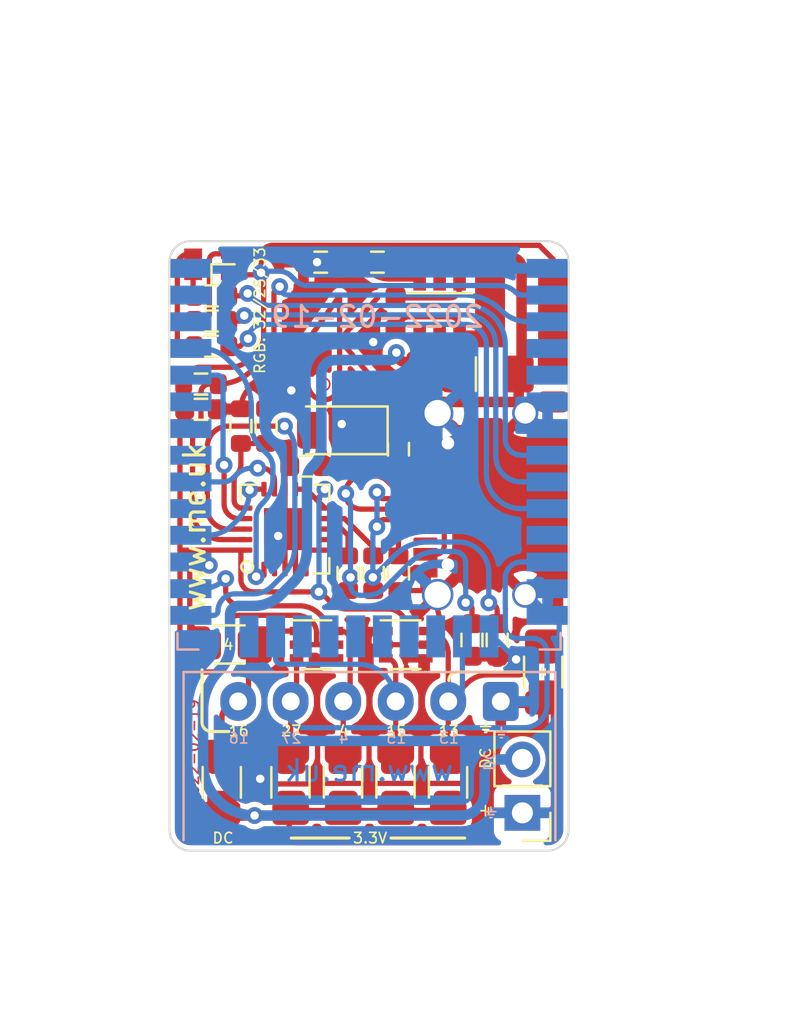
<source format=kicad_pcb>
(kicad_pcb (version 20211014) (generator pcbnew)
  (title_block (title "Generic ESP32 (suitable for battery operation)") (date "${DATE}") (rev "6") (comment 1 "www.me.uk") (comment 2 "@TheRealRevK"))
  (layers (0 "F.Cu" signal) (31 "B.Cu" signal) (34 "B.Paste" user) (35 "F.Paste" user) (36 "B.SilkS" user "B.Silkscreen") (37 "F.SilkS" user "F.Silkscreen") (38 "B.Mask" user) (39 "F.Mask" user) (44 "Edge.Cuts" user))
  (property "DATE" "2022-02-19")
  (net 0 "")
  (net 1 "D+")
  (net 2 "GND")
  (net 3 "D-")
  (net 4 "+3V3")
  (net 5 "VBUS")
  (net 6 "IO5")
  (net 7 "IO4")
  (net 8 "IO3")
  (net 9 "IO2")
  (net 10 "IO1")
  (net 11 "O")
  (net 12 "I")
  (net 22 "EN")
  (net 24 "Net-(J2-PadA5)")
  (net 25 "Net-(J2-PadB5)")
  (net 27 "Net-(J1-Pad6)")
  (net 28 "GPIO0")
  (net 32 "Net-(D1-Pad2)")
  (net 33 "DC")
  (net 36 "CHARGER")
  (net 37 "USB")
  (net 38 "Net-(R15-Pad2)")
  (net 39 "Net-(D1-Pad3)")
  (net 40 "R")
  (net 41 "G")
  (net 42 "B")
  (net 45 "Net-(R17-Pad2)")
  (net 46 "Net-(C4-Pad1)")
  (net 47 "Net-(D1-Pad4)")
  (net 48 "Net-(C3-Pad1)")
  (footprint "RevK:Pad_1206_0805_Open" (layer "F.Cu") (at 130.47 124.35 90)
    (fp_text reference "R2" hide)
    (fp_text value "NF")
  )
  (footprint "RevK:Pad_1206_0805_Open" (layer "F.Cu") (at 127.97 124.35 90)
    (fp_text reference "R3" hide)
    (fp_text value "NF")
  )
  (footprint "RevK:Pad_1206_0805_Open" (layer "F.Cu") (at 125.47 124.35 90)
    (fp_text reference "R4" hide)
    (fp_text value "NF")
  )
  (footprint "RevK:Pad_1206_0805_Open" (layer "F.Cu") (at 122.97 124.35 90)
    (fp_text reference "R5" hide)
    (fp_text value "NF")
  )
  (footprint "RevK:Pad_1206_0805_Open" (layer "F.Cu") (at 119.7 124.35 90)
    (fp_text reference "R6" hide)
    (fp_text value "NF")
  )
  (footprint "RevK:USC16-TR-Round" (layer "F.Cu") (at 136.245 111.1 90)
    (fp_text reference "J2" hide)
    (fp_text value "USB-C")
  )
  (footprint "Connector_PinHeader_2.54mm:PinHeader_1x02_P2.54mm_Vertical" (layer "F.Cu") (at 134 125.8 180)
    (fp_text reference "J3" hide)
    (fp_text value "DC")
  )
  (footprint "RevK:Pad_1206_0805_Open" (layer "F.Cu") (at 135 119.1 90)
    (fp_text reference "C1" hide)
    (fp_text value "NF")
  )
  (footprint "RevK:R_0603" (layer "F.Cu") (at 119.2 102.4)
    (fp_text reference "R10" hide)
    (fp_text value "220R")
  )
  (footprint "Diode_SMD:D_1206_3216Metric" (layer "F.Cu") (at 125.3 107.6 180)
    (fp_text reference "D2" hide)
    (fp_text value "D")
  )
  (footprint "RevK:C_0603" (layer "F.Cu") (at 118.7 106.6)
    (fp_text reference "C2" hide)
    (fp_text value "100nF")
  )
  (footprint "RevK:R_0603" (layer "F.Cu") (at 128.1 108.5 -90)
    (fp_text reference "R12" hide)
    (fp_text value "5K1")
  )
  (footprint "RevK:Pad_1206_0805_Open" (layer "F.Cu") (at 120.05 117.8)
    (fp_text reference "R7" hide)
    (fp_text value "NF")
  )
  (footprint "Package_TO_SOT_SMD:SOT-363_SC-70-6" (layer "F.Cu") (at 124.2 117.8)
    (fp_text reference "D4" hide)
    (fp_text value "BAV99S")
  )
  (footprint "Package_TO_SOT_SMD:SOT-363_SC-70-6" (layer "F.Cu") (at 128.45 117.8)
    (fp_text reference "D3" hide)
    (fp_text value "BAV99S")
  )
  (footprint "RevK:R_0603" (layer "F.Cu") (at 128.1 114.4 -90)
    (fp_text reference "R11" hide)
    (fp_text value "5K1")
  )
  (footprint "RevK:R_0603" (layer "F.Cu") (at 126.9 114.4 90)
    (fp_text reference "R13" hide)
    (fp_text value "27R")
  )
  (footprint "RevK:R_0603" (layer "F.Cu") (at 125.7 114.4 -90)
    (fp_text reference "R14" hide)
    (fp_text value "27R")
  )
  (footprint "RevK:LED-RGB-1.6x1.6" (layer "F.Cu") (at 119.2 99.7)
    (fp_text reference "D1" hide)
    (fp_text value "RGB")
  )
  (footprint "RevK:R_0603" (layer "F.Cu") (at 119.2 101.2)
    (fp_text reference "R8" hide)
    (fp_text value "680R")
  )
  (footprint "RevK:R_0603" (layer "F.Cu") (at 119.2 103.6)
    (fp_text reference "R9" hide)
    (fp_text value "2K")
  )
  (footprint "RevK:C_0603" (layer "F.Cu") (at 123.7 109.3)
    (fp_text reference "C5" hide)
    (fp_text value "10nF")
  )
  (footprint "RevK:C_0603" (layer "F.Cu") (at 132.8 117.575 -90)
    (fp_text reference "C3" hide)
    (fp_text value "47pF")
  )
  (footprint "RevK:C_0603" (layer "F.Cu") (at 131.6 117.575 -90)
    (fp_text reference "C4" hide)
    (fp_text value "47pF")
  )
  (footprint "RevK:Hidden" (layer "F.Cu") (at 129.21 105.3 90)
    (fp_text reference "C7" hide)
    (fp_text value "2.2uF")
  )
  (footprint "RevK:Hidden" (layer "F.Cu") (at 135.46 105.3 90)
    (fp_text reference "C8" hide)
    (fp_text value "10uF")
  )
  (footprint "RevK:Hidden" (layer "F.Cu") (at 132.34 104.92)
    (fp_text reference "D5" hide)
    (fp_text value "Schottky")
  )
  (footprint "RevK:Hidden" (layer "F.Cu") (at 133.96 101.75)
    (fp_text reference "L1" hide)
    (fp_text value "6.8uH")
  )
  (footprint "RevK:Hidden" (layer "F.Cu") (at 127.96 102 -90)
    (fp_text reference "C6" hide)
    (fp_text value "0.1uF")
  )
  (footprint "RevK:R_0603" (layer "F.Cu") (at 121.8 107.4 -90)
    (fp_text reference "R15" hide)
    (fp_text value "4k7")
  )
  (footprint "RevK:R_0603" (layer "F.Cu") (at 118.7 105.4 180)
    (fp_text reference "R1" hide)
    (fp_text value "10k")
  )
  (footprint "RevK:R_0603" (layer "F.Cu") (at 124.4 99.6)
    (fp_text reference "R18" hide)
    (fp_text value "3M 1% or NF")
  )
  (footprint "RevK:AJK" (layer "F.Cu") (at 125.3 103.3)
    (fp_text reference "Logo1" hide)
    (fp_text value "AJK" hide)
  )
  (footprint "RevK:R_0603" (layer "F.Cu") (at 127.1 99.6 180)
    (fp_text reference "R17" hide)
    (fp_text value "10M 1% or 0R")
  )
  (footprint "RevK:R_0603" (layer "F.Cu") (at 120.6 107.4 90)
    (fp_text reference "R16" hide)
    (fp_text value "10k")
  )
  (footprint "RevK:QFN-20-1EP_4x4mm_P0.5mm_EP2.5x2.5mm" (layer "F.Cu") (at 122.7 112.3 90)
    (fp_text reference "U2" hide)
    (fp_text value "FT231XQ")
  )
  (footprint "RevK:RegulatorBlockFB" (layer "F.Cu") (at 130.06 101.75)
    (fp_text reference "U3" hide)
    (fp_text value "LMR16006+FB")
  )
  (footprint "RevK:Molex_MiniSPOX_H6RA" (layer "B.Cu") (at 126.72 120.5 180)
    (fp_text reference "J1" hide)
    (fp_text value "Connector")
  )
  (footprint "RevK:ESP32-WROOM-32" (layer "B.Cu") (at 126.7 108.15 180)
    (fp_text reference "U1" hide)
    (fp_text value "ESP32-WROOM-32")
  )
  (gr_line (start 123 127) (end 125.75 127) (layer "F.SilkS") (width 0.15))
  (gr_line (start 133.9 119.1) (end 130.9 119.1) (layer "F.SilkS") (width 0.15))
  (gr_line (start 119.2 121.932613) (end 120.025 121.929844) (layer "F.SilkS") (width 0.15))
  (gr_line (start 118.75 119) (end 118.747231 121.479844) (layer "F.SilkS") (width 0.15))
  (gr_arc (start 130.5 119.5) (mid 130.617157 119.217157) (end 130.9 119.1) (layer "F.SilkS") (width 0.15))
  (gr_arc (start 119.2 121.932613) (mid 118.879844 121.8) (end 118.747231 121.479844) (layer "F.SilkS") (width 0.15))
  (gr_line (start 131.25 127) (end 127.75 127) (layer "F.SilkS") (width 0.15))
  (gr_line (start 118.2 127.6) (end 135.2 127.6) (layer "Edge.Cuts") (width 0.1))
  (gr_line (start 136.2 126.6) (end 136.2 99.6) (layer "Edge.Cuts") (width 0.1))
  (gr_line (start 117.2 99.6) (end 117.2 126.6) (layer "Edge.Cuts") (width 0.1))
  (gr_arc (start 136.2 126.6) (mid 135.907107 127.307107) (end 135.2 127.6) (layer "Edge.Cuts") (width 0.1))
  (gr_line (start 135.2 98.6) (end 118.2 98.6) (layer "Edge.Cuts") (width 0.1))
  (gr_arc (start 135.2 98.6) (mid 135.907107 98.892893) (end 136.2 99.6) (layer "Edge.Cuts") (width 0.1))
  (gr_arc (start 117.2 99.6) (mid 117.492893 98.892893) (end 118.2 98.6) (layer "Edge.Cuts") (width 0.1))
  (gr_arc (start 118.2 127.6) (mid 117.492893 127.307107) (end 117.2 126.6) (layer "Edge.Cuts") (width 0.1))
  (gr_text "${DATE}" (at 118.35 122.91 90) (layer "F.Cu") (effects (font (size 0.5 0.5) (thickness 0.08))))
  (gr_text "www.me.uk" (at 126.7 123.8) (layer "B.Cu") (effects (font (size 1 1)) (justify mirror)))
  (gr_text "⏚" (at 133 122) (layer "B.SilkS") (effects (font (size 0.5 0.5) (thickness 0.08)) (justify mirror)))
  (gr_text "DC" (at 132.4 123.3 270) (layer "B.SilkS") (effects (font (size 0.5 0.5) (thickness 0.08)) (justify mirror)))
  (gr_text "4" (at 125.5 122.25) (layer "B.SilkS") (effects (font (size 0.5 0.5) (thickness 0.08)) (justify mirror)))
  (gr_text "15" (at 128 122.25) (layer "B.SilkS") (effects (font (size 0.5 0.5) (thickness 0.08)) (justify mirror)))
  (gr_text "${DATE}" (at 127.1 102.2) (layer "B.SilkS") (effects (font (size 1 1)) (justify mirror)))
  (gr_text "⏚" (at 132.5 125.8) (layer "B.SilkS") (effects (font (size 0.5 0.5) (thickness 0.08)) (justify mirror)))
  (gr_text "27" (at 123 122.25) (layer "B.SilkS") (effects (font (size 0.5 0.5) (thickness 0.08)) (justify mirror)))
  (gr_text "13" (at 130.5 122.25) (layer "B.SilkS") (effects (font (size 0.5 0.5) (thickness 0.08)) (justify mirror)))
  (gr_text "16" (at 120.5 122.25) (layer "B.SilkS") (effects (font (size 0.5 0.5) (thickness 0.08)) (justify mirror)))
  (gr_text "⏚" (at 132.25 121.75) (layer "F.SilkS") (effects (font (size 0.5 0.5) (thickness 0.08))))
  (gr_text "3.3V" (at 126.75 127) (layer "F.SilkS") (effects (font (size 0.5 0.5) (thickness 0.08))))
  (gr_text "⏚" (at 135 119.1 90) (layer "F.SilkS") (effects (font (size 0.5 0.5) (thickness 0.08))))
  (gr_text "DC" (at 132.25 123.2 90) (layer "F.SilkS") (effects (font (size 0.5 0.5) (thickness 0.08))))
  (gr_text "⏚" (at 132.3 125.7 90) (layer "F.SilkS") (effects (font (size 0.5 0.5) (thickness 0.08))))
  (gr_text "13" (at 130.5 121.9) (layer "F.SilkS") (effects (font (size 0.5 0.5) (thickness 0.08))))
  (gr_text "RGB: 32/25/33" (at 121.5 101.9 90) (layer "F.SilkS") (effects (font (size 0.5 0.5) (thickness 0.08))))
  (gr_text "16" (at 120.5 121.9) (layer "F.SilkS") (effects (font (size 0.5 0.5) (thickness 0.08))))
  (gr_text "15" (at 128 121.9) (layer "F.SilkS") (effects (font (size 0.5 0.5) (thickness 0.08))))
  (gr_text "www.me.uk" (at 118.4 112.2 90) (layer "F.SilkS") (effects (font (size 1 1))))
  (gr_text "DC" (at 119.75 127) (layer "F.SilkS") (effects (font (size 0.5 0.5) (thickness 0.08))))
  (gr_text "4" (at 125.5 121.9) (layer "F.SilkS") (effects (font (size 0.5 0.5) (thickness 0.08))))
  (gr_text "27" (at 123 121.9) (layer "F.SilkS") (effects (font (size 0.5 0.5) (thickness 0.08))))
  (gr_text "4" (at 120 117.8) (layer "F.SilkS") (effects (font (size 0.5 0.5) (thickness 0.08))))
  (segment (start 124.6 112.3) (end 125.4 112.3) (width 0.25) (layer "F.Cu") (net 1))
  (segment (start 125.7 112.6) (end 125.7 113.575) (width 0.25) (layer "F.Cu") (net 1))
  (segment (start 125.4 112.3) (end 125.7 112.6) (width 0.25) (layer "F.Cu") (net 1))
  (segment (start 123.263855 100.836145) (end 123.263855 100.920261) (width 0.25) (layer "F.Cu") (net 2))
  (segment (start 129.77 115.225) (end 129.965 115.42) (width 0.25) (layer "F.Cu") (net 2))
  (segment (start 122.2 113.1) (end 122.7 112.6) (width 0.25) (layer "F.Cu") (net 2))
  (segment (start 124.5 124.4) (end 126.7 124.4) (width 0.25) (layer "F.Cu") (net 2))
  (segment (start 129.17001 118.67999) (end 129.17001 124.27001) (width 0.25) (layer "F.Cu") (net 2))
  (segment (start 121.8 105.8) (end 121.85048 105.85048) (width 0.25) (layer "F.Cu") (net 2))
  (segment (start 123.7 114.2) (end 123.7 113.3) (width 0.25) (layer "F.Cu") (net 2))
  (segment (start 129.3 124.4) (end 131.13313 124.4) (width 0.25) (layer "F.Cu") (net 2))
  (segment (start 126.7 117.55) (end 126.7 124.4) (width 0.25) (layer "F.Cu") (net 2))
  (segment (start 133.045 120.5) (end 135.6 120.5) (width 0.5) (layer "F.Cu") (net 2))
  (segment (start 121.722999 121.577001) (end 121.722999 119.922999) (width 0.25) (layer "F.Cu") (net 2))
  (segment (start 122.40001 119.245988) (end 121.722999 119.922999) (width 0.25) (layer "F.Cu") (net 2))
  (segment (start 123.2 114.2) (end 123.2 112.8) (width 0.25) (layer "F.Cu") (net 2))
  (segment (start 131.6 118.11566) (end 131.6 118.35) (width 0.25) (layer "F.Cu") (net 2))
  (segment (start 127.5 117.15) (end 127.1 117.15) (width 0.25) (layer "F.Cu") (net 2))
  (segment (start 123.575 99.6) (end 123.575 100.525) (width 0.25) (layer "F.Cu") (net 2))
  (segment (start 129.435 106.25) (end 129.965 106.78) (width 0.5) (layer "F.Cu") (net 2))
  (segment (start 128.325 107.9) (end 128.1 107.675) (width 0.25) (layer "F.Cu") (net 2))
  (segment (start 122.40001 117.42499) (end 122.40001 119.245988) (width 0.25) (layer "F.Cu") (net 2))
  (segment (start 133.7 118.5) (end 132.95 118.5) (width 0.25) (layer "F.Cu") (net 2))
  (segment (start 122.8 102.6) (end 122.8 103.8) (width 0.25) (layer "F.Cu") (net 2))
  (segment (start 124.2255 100.5495) (end 124.125 100.65) (width 0.25) (layer "F.Cu") (net 2))
  (segment (start 132.53313 125.8) (end 134 125.8) (width 0.25) (layer "F.Cu") (net 2))
  (segment (start 123.575 99.6) (end 124.2255 99.6) (width 0.25) (layer "F.Cu") (net 2))
  (segment (start 129.2 106.25) (end 129.435 106.25) (width 0.5) (layer "F.Cu") (net 2))
  (segment (start 124.249999 124.349999) (end 124.249999 118.800001) (width 0.25) (layer "F.Cu") (net 2))
  (segment (start 125.15 118.45) (end 124.6 118.45) (width 0.25) (layer "F.Cu") (net 2))
  (segment (start 124.125 100.65) (end 123.575 100.65) (width 0.25) (layer "F.Cu") (net 2))
  (segment (start 122.7 112.3) (end 123.7 113.3) (width 0.25) (layer "F.Cu") (net 2))
  (segment (start 128.1 115.225) (end 129.77 115.225) (width 0.25) (layer "F.Cu") (net 2))
  (segment (start 121.006586 105.593413) (end 121.3 105.3) (width 0.25) (layer "F.Cu") (net 2))
  (segment (start 121.520001 124.179999) (end 121.520001 121.779999) (width 0.25) (layer "F.Cu") (net 2))
  (segment (start 131.13313 124.4) (end 132.53313 125.8) (width 0.25) (layer "F.Cu") (net 2))
  (segment (start 121.764992 124.42499) (end 124.47501 124.42499) (width 0.25) (layer "F.Cu") (net 2))
  (segment (start 130.29217 116.80783) (end 131.6 118.11566) (width 0.25) (layer "F.Cu") (net 2))
  (segment (start 123.1 101.084116) (end 123.1 102.3) (width 0.25) (layer "F.Cu") (net 2))
  (segment (start 124.6 113.3) (end 123.7 113.3) (width 0.25) (layer "F.Cu") (net 2))
  (segment (start 121.3 105.3) (end 122.3 104.3) (width 0.25) (layer "F.Cu") (net 2))
  (segment (start 123.25 117.15) (end 122.675 117.15) (width 0.25) (layer "F.Cu") (net 2))
  (segment (start 135.6 120.5) (end 135.6 125.45) (width 0.5) (layer "F.Cu") (net 2))
  (segment (start 122.2 114.2) (end 122.2 112.8) (width 0.25) (layer "F.Cu") (net 2))
  (segment (start 122.7 109.525) (end 122.925 109.3) (width 0.25) (layer "F.Cu") (net 2))
  (segment (start 121.3 105.3) (end 121.8 105.8) (width 0.25) (layer "F.Cu") (net 2))
  (segment (start 121.85048 105.85048) (end 122.63671 105.85048) (width 0.25) (layer "F.Cu") (net 2))
  (segment (start 129.17001 124.27001) (end 129.3 124.4) (width 0.25) (layer "F.Cu") (net 2))
  (segment (start 124.5 124.4) (end 124.3 124.4) (width 0.25) (layer "F.Cu") (net 2))
  (segment (start 132.95 118.5) (end 132.8 118.35) (width 0.25) (layer "F.Cu") (net 2))
  (segment (start 126.7 124.4) (end 129.3 124.4) (width 0.25) (layer "F.Cu") (net 2))
  (segment (start 123.575 100.525) (end 123.263855 100.836145) (width 0.25) (layer "F.Cu") (net 2))
  (segment (start 124.47501 124.42499) (end 124.5 124.4) (width 0.25) (layer "F.Cu") (net 2))
  (segment (start 124.2255 99.6) (end 124.2255 100.5495) (width 0.25) (layer "F.Cu") (net 2))
  (segment (start 124.3 124.4) (end 124.249999 124.349999) (width 0.25) (layer "F.Cu") (net 2))
  (segment (start 122.3 104.3) (end 122.8 103.8) (width 0.25) (layer "F.Cu") (net 2))
  (segment (start 135.25 125.8) (end 134 125.8) (width 0.5) (layer "F.Cu") (net 2))
  (segment (start 123.1 102.3) (end 122.8 102.6) (width 0.25) (layer "F.Cu") (net 2))
  (segment (start 122.2 112.8) (end 122.375 112.625) (width 0.25) (layer "F.Cu") (net 2))
  (segment (start 122.375 112.625) (end 122.7 112.3) (width 0.25) (layer "F.Cu") (net 2))
  (segment (start 122.7 114.2) (end 122.7 112.3) (width 0.25) (layer "F.Cu") (net 2))
  (segment (start 129.385 107.9) (end 128.325 107.9) (width 0.25) (layer "F.Cu") (net 2))
  (segment (start 129.965 115.42) (end 129.965 116.017972) (width 0.25) (layer "F.Cu") (net 2))
  (segment (start 123.263855 100.920261) (end 123.1 101.084116) (width 0.25) (layer "F.Cu") (net 2))
  (segment (start 129.4 118.45) (end 129.17001 118.67999) (width 0.25) (layer "F.Cu") (net 2))
  (segment (start 122.7 112.3) (end 122.7 109.525) (width 0.25) (layer "F.Cu") (net 2))
  (via (at 133.7 118.5) (size 0.8) (drill 0.4) (layers "F.Cu" "B.Cu") (net 2))
  (via (at 125.4 107.3) (size 0.8) (drill 0.4) (layers "F.Cu" "B.Cu") (net 2))
  (via (at 121.520001 124.179999) (size 0.8) (drill 0.4) (layers "F.Cu" "B.Cu") (net 2))
  (via (at 124.2255 99.6) (size 0.8) (drill 0.4) (layers "F.Cu" "B.Cu") (net 2))
  (via (at 126.9 103.4) (size 0.8) (drill 0.4) (layers "F.Cu" "B.Cu") (net 2))
  (via (at 122.375 112.625) (size 0.8) (drill 0.4) (layers "F.Cu" "B.Cu") (net 2))
  (via (at 123 105.7) (size 0.8) (drill 0.4) (layers "F.Cu" "B.Cu") (net 2))
  (arc (start 120.6 106.575) (mid 120.705668 106.043769) (end 121.006586 105.593413) (width 0.25) (layer "F.Cu") (net 2))
  (arc (start 122.63671 105.85048) (mid 122.833321 105.811371) (end 123 105.7) (width 0.25) (layer "F.Cu") (net 2))
  (arc (start 124.6 118.45) (mid 124.352512 118.552513) (end 124.249999 118.800001) (width 0.25) (layer "F.Cu") (net 2))
  (arc (start 121.520001 121.779999) (mid 121.572721 121.65272) (end 121.7 121.6) (width 0.25) (layer "F.Cu") (net 2))
  (arc (start 127.1 117.15) (mid 126.817157 117.267157) (end 126.7 117.55) (width 0.25) (layer "F.Cu") (net 2))
  (arc (start 135.6 125.45) (mid 135.497487 125.697487) (end 135.25 125.8) (width 0.5) (layer "F.Cu") (net 2))
  (arc (start 129.965 116.017972) (mid 130.050028 116.44544) (end 130.29217 116.80783) (width 0.25) (layer "F.Cu") (net 2))
  (arc (start 121.7 121.6) (mid 121.716263 121.593264) (end 121.722999 121.577001) (width 0.25) (layer "F.Cu") (net 2))
  (arc (start 122.675 117.15) (mid 122.480553 117.230543) (end 122.40001 117.42499) (width 0.25) (layer "F.Cu") (net 2))
  (segment (start 135.2 106.245) (end 134.67 106.245) (width 0.25) (layer "B.Cu") (net 2))
  (segment (start 134.87 107.515) (end 134.135 106.78) (width 0.25) (layer "B.Cu") (net 2))
  (segment (start 132.605 117.405) (end 133.7 118.5) (width 0.25) (layer "B.Cu") (net 2))
  (segment (start 133.705 99.895) (end 135.2 99.895) (width 0.5) (layer "B.Cu") (net 2))
  (segment (start 135.12 116.405) (end 134.135 115.42) (width 0.25) (layer "B.Cu") (net 2))
  (segment (start 129.385 116) (end 129.965 115.42) (width 0.25) (layer "B.Cu") (net 2))
  (segment (start 135.2 116.405) (end 135.305 116.405) (width 0.25) (layer "B.Cu") (net 2))
  (segment (start 135.2 116.405) (end 135.12 116.405) (width 0.25) (layer "B.Cu") (net 2))
  (segment (start 132.415 117.405) (end 132.605 117.405) (width 0.25) (layer "B.Cu") (net 2))
  (segment (start 124.700556 99.124944) (end 125.775056 99.124944) (width 0.25) (layer "B.Cu") (net 2))
  (segment (start 135.75 116.85) (end 135.75 125.25) (width 0.25) (layer "B.Cu") (net 2))
  (segment (start 120.405 99.895) (end 118.2 99.895) (width 0.5) (layer "B.Cu") (net 2))
  (segment (start 125.036119 113.317927) (end 125.036119 115.236119) (width 0.25) (layer "B.Cu") (net 2))
  (segment (start 133.445 99.635) (end 133.705 99.895) (width 0.5) (layer "B.Cu") (net 2))
  (segment (start 125.8 116) (end 129.385 116) (width 0.25) (layer "B.Cu") (net 2))
  (segment (start 135.25 125.75) (end 134.05 125.75) (width 0.25) (layer "B.Cu") (net 2))
  (segment (start 134.67 106.245) (end 134.135 106.78) (width 0.25) (layer "B.Cu") (net 2))
  (segment (start 121.024944 99.275056) (end 120.405 99.895) (width 0.5) (layer "B.Cu") (net 2))
  (segment (start 125.775056 99.124944) (end 132.213616 99.124944) (width 0.5) (layer "B.Cu") (net 2))
  (segment (start 125.036119 115.236119) (end 125.8 116) (width 0.25) (layer "B.Cu") (net 2))
  (segment (start 124.2255 99.6) (end 124.700556 99.124944) (width 0.25) (layer "B.Cu") (net 2))
  (segment (start 135.2 115.135) (end 134.42 115.135) (width 0.25) (layer "B.Cu") (net 2))
  (segment (start 125.009096 113.290904) (end 125.036119 113.317927) (width 0.25) (layer "B.Cu") (net 2))
  (segment (start 134.42 115.135) (end 134.135 115.42) (width 0.25) (layer "B.Cu") (net 2))
  (segment (start 135.2 107.515) (end 134.87 107.515) (width 0.25) (layer "B.Cu") (net 2))
  (segment (start 125.775056 99.124944) (end 121.387346 99.124944) (width 0.5) (layer "B.Cu") (net 2))
  (arc (start 121.387346 99.124944) (mid 121.191216 99.163956) (end 121.024944 99.275056) (width 0.5) (layer "B.Cu") (net 2))
  (arc (start 134.05 125.75) (mid 134.014645 125.764645) (end 134 125.8) (width 0.25) (layer "B.Cu") (net 2))
  (arc (start 135.75 125.25) (mid 135.603553 125.603553) (end 135.25 125.75) (width 0.25) (layer "B.Cu") (net 2))
  (arc (start 132.213616 99.124944) (mid 132.880036 99.257503) (end 133.445 99.635) (width 0.5) (layer "B.Cu") (net 2))
  (arc (start 135.305 116.405) (mid 135.619663 116.535337) (end 135.75 116.85) (width 0.25) (layer "B.Cu") (net 2))
  (segment (start 125.535704 111.8) (end 126.9 113.164296) (width 0.25) (layer "F.Cu") (net 3))
  (segment (start 126.9 113.164296) (end 126.9 113.575) (width 0.25) (layer "F.Cu") (net 3))
  (segment (start 124.6 111.8) (end 125.535704 111.8) (width 0.25) (layer "F.Cu") (net 3))
  (segment (start 123.7 110.4) (end 124.2 110.9) (width 0.25) (layer "F.Cu") (net 4))
  (segment (start 135.46 101.8) (end 135.46 99.46) (width 0.25) (layer "F.Cu") (net 4))
  (segment (start 127.6 116.1) (end 125.624264 116.1) (width 0.25) (layer "F.Cu") (net 4))
  (segment (start 117.875 105.4) (end 117.875 106.55) (width 0.25) (layer "F.Cu") (net 4))
  (segment (start 117.7 113.3) (end 120.8 113.3) (width 0.25) (layer "F.Cu") (net 4))
  (segment (start 127.925 98.825) (end 127.9 98.8) (width 0.25) (layer "F.Cu") (net 4))
  (segment (start 120.078341 104.6) (end 118.675 104.6) (width 0.25) (layer "F.Cu") (net 4))
  (segment (start 128.5 117.1) (end 128.5 117) (width 0.25) (layer "F.Cu") (net 4))
  (segment (start 123.25 117.8) (end 124.2 117.8) (width 0.25) (layer "F.Cu") (net 4))
  (segment (start 120.6 113.3) (end 120.6 114.7) (width 0.25) (layer "F.Cu") (net 4))
  (segment (start 124.405339 115.336763) (end 124.361361 115.336763) (width 0.25) (layer "F.Cu") (net 4))
  (segment (start 120.5 116.4) (end 123.231389 116.4) (width 0.25) (layer "F.Cu") (net 4))
  (segment (start 121.412895 103.812895) (end 121.012895 104.212895) (width 0.25) (layer "F.Cu") (net 4))
  (segment (start 127.5 117.8) (end 128.5 117.8) (width 0.25) (layer "F.Cu") (net 4))
  (segment (start 119.97452 118.484312) (end 119.97452 116.92548) (width 0.25) (layer "F.Cu") (net 4))
  (segment (start 124.361361 115.336763) (end 124.311618 115.28702) (width 0.25) (layer "F.Cu") (net 4))
  (segment (start 135.46 99.46) (end 134.8 98.8) (width 0.25) (layer "F.Cu") (net 4))
  (segment (start 124.2 117.8) (end 125.15 117.8) (width 0.25) (layer "F.Cu") (net 4))
  (segment (start 134.8 98.8) (end 127.9 98.8) (width 0.25) (layer "F.Cu") (net 4))
  (segment (start 121.18702 115.28702) (end 124.311618 115.28702) (width 0.25) (layer "F.Cu") (net 4))
  (segment (start 122.1 98.8) (end 127.9 98.8) (width 0.25) (layer "F.Cu") (net 4))
  (segment (start 128.5 117.8) (end 129.4 117.8) (width 0.25) (layer "F.Cu") (net 4))
  (segment (start 117.69999 126.14999) (end 117.69999 113.29999) (width 0.25) (layer "F.Cu") (net 4))
  (segment (start 125.47 125.8125) (end 127.97 125.8125) (width 0.5) (layer "F.Cu") (net 4))
  (segment (start 120.075 100.2) (end 121.46 100.2) (width 0.25) (layer "F.Cu") (net 4))
  (segment (start 117.69999 113.29999) (end 117.69999 106.82501) (width 0.25) (layer "F.Cu") (net 4))
  (segment (start 122.5 127.05) (end 118.6 127.05) (width 0.25) (layer "F.Cu") (net 4))
  (segment (start 124.6 110.5) (end 124.6 110.4) (width 0.25) (layer "F.Cu") (net 4))
  (segment (start 127.925 99.6) (end 127.925 98.825) (width 0.25) (layer "F.Cu") (net 4))
  (segment (start 121.68328 100.397624) (end 121.68328 103.160128) (width 0.25) (layer "F.Cu") (net 4))
  (segment (start 117.69999 119.10001) (end 119.358822 119.10001) (width 0.25) (layer "F.Cu") (net 4))
  (segment (start 124.2 117.227189) (end 124.2 117.8) (width 0.25) (layer "F.Cu") (net 4))
  (segment (start 127.97 125.8125) (end 130.47 125.8125) (width 0.5) (layer "F.Cu") (net 4))
  (segment (start 124.2 110.9) (end 124.6 111.3) (width 0.25) (layer "F.Cu") (net 4))
  (segment (start 124.9 115.8) (end 124.506783 115.406784) (width 0.25) (layer "F.Cu") (net 4))
  (segment (start 117.7 113.3) (end 117.69999 113.29999) (width 0.25) (layer "F.Cu") (net 4))
  (segment (start 122.9 125.8825) (end 122.9 126.65) (width 0.25) (layer "F.Cu") (net 4))
  (segment (start 128.5 117.8) (end 128.5 117.1) (width 0.25) (layer "F.Cu") (net 4))
  (segment (start 122.97 125.8125) (end 125.47 125.8125) (width 0.5) (layer "F.Cu") (net 4))
  (segment (start 124.2 110.9) (end 124.6 110.5) (width 0.25) (layer "F.Cu") (net 4))
  (segment (start 123.2 110.4) (end 123.7 110.4) (width 0.25) (layer "F.Cu") (net 4))
  (segment (start 121.56 100.1) (end 121.56 99.34) (width 0.25) (layer "F.Cu") (net 4))
  (via (at 124.6 110.4) (size 0.8) (drill 0.4) (layers "F.Cu" "B.Cu") (net 4))
  (via (at 121.56 100.1) (size 0.8) (drill 0.4) (layers "F.Cu" "B.Cu") (net 4))
  (via (at 124.311618 115.28702) (size 0.8) (drill 0.4) (layers "F.Cu" "B.Cu") (net 4))
  (arc (start 125.624264 116.1) (mid 125.232295 116.022033) (end 124.9 115.8) (width 0.25) (layer "F.Cu") (net 4))
  (arc (start 118.675 104.6) (mid 118.109315 104.834315) (end 117.875 105.4) (width 0.25) (layer "F.Cu") (net 4))
  (arc (start 122.97 125.8125) (mid 122.920503 125.833003) (end 122.9 125.8825) (width 0.25) (layer "F.Cu") (net 4))
  (arc (start 121.68328 103.160128) (mid 121.613009 103.513402) (end 121.412895 103.812895) (width 0.25) (layer "F.Cu") (net 4))
  (arc (start 121.56 100.1) (mid 121.65124 100.23655) (end 121.68328 100.397624) (width 0.25) (layer "F.Cu") (net 4))
  (arc (start 123.231389 116.4) (mid 123.640328 116.481343) (end 123.987011 116.712989) (width 0.25) (layer "F.Cu") (net 4))
  (arc (start 128.5 117) (mid 128.236396 116.363604) (end 127.6 116.1) (width 0.25) (layer "F.Cu") (net 4))
  (arc (start 119.97452 116.92548) (mid 120.12843 116.55391) (end 120.5 116.4) (width 0.25) (layer "F.Cu") (net 4))
  (arc (start 117.925 106.6) (mid 117.765894 106.665904) (end 117.69999 106.82501) (width 0.25) (layer "F.Cu") (net 4))
  (arc (start 117.875 106.55) (mid 117.889645 106.585355) (end 117.925 106.6) (width 0.25) (layer "F.Cu") (net 4))
  (arc (start 121.46 100.2) (mid 121.530711 100.170711) (end 121.56 100.1) (width 0.25) (layer "F.Cu") (net 4))
  (arc (start 118.6 127.05) (mid 117.963597 126.786393) (end 117.69999 126.14999) (width 0.25) (layer "F.Cu") (net 4))
  (arc (start 121.56 99.34) (mid 121.718162 98.958162) (end 122.1 98.8) (width 0.25) (layer "F.Cu") (net 4))
  (arc (start 120.6 114.7) (mid 120.771934 115.115086) (end 121.18702 115.28702) (width 0.25) (layer "F.Cu") (net 4))
  (arc (start 121.012895 104.212895) (mid 120.584117 104.499396) (end 120.078341 104.6) (width 0.25) (layer "F.Cu") (net 4))
  (arc (start 122.9 126.65) (mid 122.782843 126.932843) (end 122.5 127.05) (width 0.25) (layer "F.Cu") (net 4))
  (arc (start 124.506783 115.406784) (mid 124.45906 115.367619) (end 124.405339 115.336763) (width 0.25) (layer "F.Cu") (net 4))
  (arc (start 123.987011 116.712989) (mid 124.144646 116.948906) (end 124.2 117.227189) (width 0.25) (layer "F.Cu") (net 4))
  (arc (start 119.358822 119.10001) (mid 119.794186 118.919676) (end 119.97452 118.484312) (width 0.25) (layer "F.Cu") (net 4))
  (segment (start 121.728994 100.03) (end 122.42766 100.03) (width 0.25) (layer "B.Cu") (net 4))
  (segment (start 133.991776 101.165) (end 135.2 101.165) (width 0.25) (layer "B.Cu") (net 4))
  (segment (start 124.318543 115.280095) (end 124.311618 115.28702) (width 0.25) (layer "B.Cu") (net 4))
  (segment (start 124.318543 115.280095) (end 124.318543 111.079497) (width 0.25) (layer "B.Cu") (net 4))
  (segment (start 122.995 100.265) (end 123.22 100.49) (width 0.25) (layer "B.Cu") (net 4))
  (segment (start 123.751126 100.71) (end 132.89331 100.71) (width 0.25) (layer "B.Cu") (net 4))
  (arc (start 123.22 100.49) (mid 123.463683 100.652824) (end 123.751126 100.71) (width 0.25) (layer "B.Cu") (net 4))
  (arc (start 124.318543 111.079497) (mid 124.391691 110.711756) (end 124.6 110.4) (width 0.25) (layer "B.Cu") (net 4))
  (arc (start 122.42766 100.03) (mid 122.734702 100.091074) (end 122.995 100.265) (width 0.25) (layer "B.Cu") (net 4))
  (arc (start 132.89331 100.71) (mid 133.324475 100.795764) (end 133.69 101.04) (width 0.25) (layer "B.Cu") (net 4))
  (arc (start 121.56 100.1) (mid 121.637536 100.048191) (end 121.728994 100.03) (width 0.25) (layer "B.Cu") (net 4))
  (arc (start 133.69 101.04) (mid 133.828456 101.132513) (end 133.991776 101.165) (width 0.25) (layer "B.Cu") (net 4))
  (segment (start 129.870006 113.5) (end 129.385 113.5) (width 0.25) (layer "F.Cu") (net 5))
  (segment (start 127.425 108.725) (end 127.125 109.025) (width 0.25) (layer "F.Cu") (net 5))
  (segment (start 130.280001 109.109995) (end 130.280001 113.090005) (width 0.25) (layer "F.Cu") (net 5))
  (segment (start 129.385 108.7) (end 129.870006 108.7) (width 0.25) (layer "F.Cu") (net 5))
  (segment (start 126.461092 109.3) (end 124.475 109.3) (width 0.25) (layer "F.Cu") (net 5))
  (segment (start 129.385 108.7) (end 129.28499 108.59999) (width 0.25) (layer "F.Cu") (net 5))
  (segment (start 124.475 108.988172) (end 124.475 109.3) (width 0.5) (layer "F.Cu") (net 5))
  (segment (start 129.28499 108.59999) (end 127.7268 108.59999) (width 0.25) (layer "F.Cu") (net 5))
  (segment (start 121.8 106.575) (end 122.856802 106.575) (width 0.25) (layer "F.Cu") (net 5))
  (arc (start 129.870006 108.7) (mid 130.159916 108.820085) (end 130.280001 109.109995) (width 0.25) (layer "F.Cu") (net 5))
  (arc (start 127.125 109.025) (mid 126.820396 109.22853) (end 126.461092 109.3) (width 0.25) (layer "F.Cu") (net 5))
  (arc (start 127.7268 108.59999) (mid 127.563467 108.632479) (end 127.425 108.725) (width 0.25) (layer "F.Cu") (net 5))
  (arc (start 123.9 107.6) (mid 124.325562 108.236898) (end 124.475 108.988172) (width 0.5) (layer "F.Cu") (net 5))
  (arc (start 130.280001 113.090005) (mid 130.159916 113.379915) (end 129.870006 113.5) (width 0.25) (layer "F.Cu") (net 5))
  (arc (start 122.856802 106.575) (mid 123.150778 106.633476) (end 123.4 106.8) (width 0.25) (layer "F.Cu") (net 5))
  (segment (start 118.166106 117.378606) (end 118.166106 114.233894) (width 0.25) (layer "F.Cu") (net 6))
  (segment (start 118.5875 117.8) (end 118.166106 117.378606) (width 0.25) (layer "F.Cu") (net 6))
  (segment (start 119.09812 114.0245) (end 118.3755 114.0245) (width 0.25) (layer "F.Cu") (net 6))
  (segment (start 118.3 116.9625) (end 119.1375 117.8) (width 0.25) (layer "F.Cu") (net 6))
  (via (at 119.09812 114.0245) (size 0.8) (drill 0.4) (layers "F.Cu" "B.Cu") (net 6))
  (arc (start 118.3755 114.0245) (mid 118.227436 114.08583) (end 118.166106 114.233894) (width 0.25) (layer "F.Cu") (net 6))
  (segment (start 122.97 120.5) (end 122.97 122.8875) (width 0.25) (layer "F.Cu") (net 7))
  (segment (start 123.25 118.45) (end 123.25 120.22) (width 0.25) (layer "F.Cu") (net 7))
  (arc (start 123.25 120.22) (mid 123.16799 120.41799) (end 122.97 120.5) (width 0.25) (layer "F.Cu") (net 7))
  (segment (start 133.75 117.5) (end 134.5 117.5) (width 0.25) (layer "B.Cu") (net 7))
  (segment (start 135.172811 118.172811) (end 135.172811 120.657191) (width 0.25) (layer "B.Cu") (net 7))
  (segment (start 135.2 113.865) (end 133.95 113.865) (width 0.25) (layer "B.Cu") (net 7))
  (segment (start 133.184999 114.630001) (end 133.184999 116.080489) (width 0.25) (layer "B.Cu") (net 7))
  (segment (start 122.885 121.035) (end 122.885 120.5) (width 0.25) (layer "B.Cu") (net 7))
  (segment (start 133.189511 116.085001) (end 133.189511 116.939511) (width 0.25) (layer "B.Cu") (net 7))
  (segment (start 134.080002 121.75) (end 123.6 121.75) (width 0.25) (layer "B.Cu") (net 7))
  (arc (start 133.184999 116.080489) (mid 133.188189 116.081811) (end 133.189511 116.085001) (width 0.25) (layer "B.Cu") (net 7))
  (arc (start 123.6 121.75) (mid 123.094419 121.540581) (end 122.885 121.035) (width 0.25) (layer "B.Cu") (net 7))
  (arc (start 135.172811 120.657191) (mid 134.852735 121.429924) (end 134.080002 121.75) (width 0.25) (layer "B.Cu") (net 7))
  (arc (start 133.189511 116.939511) (mid 133.353674 117.335837) (end 133.75 117.5) (width 0.25) (layer "B.Cu") (net 7))
  (arc (start 134.5 117.5) (mid 134.975749 117.697062) (end 135.172811 118.172811) (width 0.25) (layer "B.Cu") (net 7))
  (arc (start 133.95 113.865) (mid 133.409063 114.089064) (end 133.184999 114.630001) (width 0.25) (layer "B.Cu") (net 7))
  (segment (start 125.47 120.5) (end 125.47 122.8875) (width 0.25) (layer "F.Cu") (net 8))
  (segment (start 125.15 117.15) (end 125.35 117.15) (width 0.25) (layer "F.Cu") (net 8))
  (segment (start 120.613807 115.949511) (end 123.383135 115.949511) (width 0.25) (layer "F.Cu") (net 8))
  (segment (start 124.35 116.35) (end 125.15 117.15) (width 0.25) (layer "F.Cu") (net 8))
  (segment (start 119.8755 114.656478) (end 119.8755 115.211204) (width 0.25) (layer "F.Cu") (net 8))
  (segment (start 125.8 117.6) (end 125.8 120.17) (width 0.25) (layer "F.Cu") (net 8))
  (via (at 119.8755 114.656478) (size 0.8) (drill 0.4) (layers "F.Cu" "B.Cu") (net 8))
  (arc (start 123.383135 115.949511) (mid 123.906398 116.053595) (end 124.35 116.35) (width 0.25) (layer "F.Cu") (net 8))
  (arc (start 119.8755 115.211204) (mid 120.091745 115.733266) (end 120.613807 115.949511) (width 0.25) (layer "F.Cu") (net 8))
  (arc (start 125.8 120.17) (mid 125.703345 120.403345) (end 125.47 120.5) (width 0.25) (layer "F.Cu") (net 8))
  (arc (start 125.35 117.15) (mid 125.668198 117.281802) (end 125.8 117.6) (width 0.25) (layer "F.Cu") (net 8))
  (segment (start 118.2 115.135) (end 118.720246 115.135) (width 0.25) (layer "B.Cu") (net 8))
  (arc (start 118.720246 115.135) (mid 119.345465 115.010636) (end 119.8755 114.656478) (width 0.25) (layer "B.Cu") (net 8))
  (segment (start 127.97 120.5) (end 127.97 122.8875) (width 0.25) (layer "F.Cu") (net 9))
  (segment (start 127.97 120.5) (end 127.97 118.92) (width 0.25) (layer "F.Cu") (net 9))
  (arc (start 127.97 118.92) (mid 127.83234 118.58766) (end 127.5 118.45) (width 0.25) (layer "F.Cu") (net 9))
  (segment (start 122.255 117.405) (end 122.255 118.455) (width 0.25) (layer "B.Cu") (net 9))
  (segment (start 122.530001 118.730001) (end 126.195001 118.730001) (width 0.25) (layer "B.Cu") (net 9))
  (arc (start 126.195001 118.730001) (mid 127.446579 119.248422) (end 127.965 120.5) (width 0.25) (layer "B.Cu") (net 9))
  (arc (start 122.255 118.455) (mid 122.335546 118.649455) (end 122.530001 118.730001) (width 0.25) (layer "B.Cu") (net 9))
  (segment (start 133.813499 119.236501) (end 132.336501 119.236501) (width 0.25) (layer "F.Cu") (net 10))
  (segment (start 130.47 120.5) (end 130.47 118.22) (width 0.25) (layer "F.Cu") (net 10))
  (segment (start 130.47 120.5) (end 130.47 123.4375) (width 0.25) (layer "F.Cu") (net 10))
  (segment (start 135 117.6375) (end 135 118.273002) (width 0.25) (layer "F.Cu") (net 10))
  (segment (start 130.505 120.5) (end 131.366861 119.638139) (width 0.25) (layer "F.Cu") (net 10))
  (segment (start 135 118.273002) (end 134.194187 119.078815) (width 0.25) (layer "F.Cu") (net 10))
  (arc (start 132.336501 119.236501) (mid 131.811736 119.340883) (end 131.366861 119.638139) (width 0.25) (layer "F.Cu") (net 10))
  (arc (start 130.47 118.22) (mid 130.156604 117.463396) (end 129.4 117.15) (width 0.25) (layer "F.Cu") (net 10))
  (arc (start 134.194187 119.078815) (mid 134.019527 119.195519) (end 133.813499 119.236501) (width 0.25) (layer "F.Cu") (net 10))
  (arc (start 130.47 120.5) (mid 130.502336 120.493568) (end 130.529748 120.475251) (width 0.25) (layer "F.Cu") (net 10))
  (segment (start 131.145 117.405) (end 131.145 119.86) (width 0.25) (layer "B.Cu") (net 10))
  (arc (start 131.145 119.86) (mid 130.957548 120.312548) (end 130.505 120.5) (width 0.25) (layer "B.Cu") (net 10))
  (segment (start 121.7 114.5) (end 121.36198 114.5) (width 0.25) (layer "F.Cu") (net 11))
  (via (at 121.3245 114.56252) (size 0.8) (drill 0.4) (layers "F.Cu" "B.Cu") (net 11))
  (segment (start 119.9725 104.2275) (end 120.290263 104.545263) (width 0.25) (layer "B.Cu") (net 11))
  (segment (start 118.2 103.705) (end 118.711074 103.705) (width 0.25) (layer "B.Cu") (net 11))
  (segment (start 121.5623 108.4377) (end 121.858913 108.734313) (width 0.25) (layer "B.Cu") (net 11))
  (segment (start 122.124501 109.375499) (end 122.124501 109.875499) (width 0.25) (layer "B.Cu") (net 11))
  (segment (start 121.3245 114.56252) (end 121.3245 111.765115) (width 0.25) (layer "B.Cu") (net 11))
  (segment (start 121.6 111.1) (end 121.629526 111.070474) (width 0.25) (layer "B.Cu") (net 11))
  (segment (start 121.099901 106.499901) (end 121.099901 107.321371) (width 0.25) (layer "B.Cu") (net 11))
  (arc (start 121.629526 111.070474) (mid 121.995861 110.522215) (end 122.124501 109.875499) (width 0.25) (layer "B.Cu") (net 11))
  (arc (start 121.858913 108.734313) (mid 122.055477 109.028492) (end 122.124501 109.375499) (width 0.25) (layer "B.Cu") (net 11))
  (arc (start 120.290263 104.545263) (mid 120.889483 105.442059) (end 121.099901 106.499901) (width 0.25) (layer "B.Cu") (net 11))
  (arc (start 118.711074 103.705) (mid 119.393752 103.840794) (end 119.9725 104.2275) (width 0.25) (layer "B.Cu") (net 11))
  (arc (start 121.099901 107.321371) (mid 121.220075 107.925524) (end 121.5623 108.4377) (width 0.25) (layer "B.Cu") (net 11))
  (arc (start 121.3245 111.765115) (mid 121.3961 111.405158) (end 121.6 111.1) (width 0.25) (layer "B.Cu") (net 11))
  (segment (start 119.8 111.1) (end 119.8 109.252077) (width 0.25) (layer "F.Cu") (net 12))
  (segment (start 120.8 111.8) (end 120.5 111.8) (width 0.25) (layer "F.Cu") (net 12))
  (via (at 119.799279 109.251356) (size 0.8) (drill 0.4) (layers "F.Cu" "B.Cu") (net 12))
  (arc (start 120.5 111.8) (mid 120.005025 111.594975) (end 119.8 111.1) (width 0.25) (layer "F.Cu") (net 12))
  (arc (start 119.8 109.252077) (mid 119.799789 109.251567) (end 119.799279 109.251356) (width 0.25) (layer "F.Cu") (net 12))
  (segment (start 118.2 104.975) (end 119.45 104.975) (width 0.25) (layer "B.Cu") (net 12))
  (segment (start 119.749989 105.274989) (end 119.749989 109.202066) (width 0.25) (layer "B.Cu") (net 12))
  (arc (start 119.45 104.975) (mid 119.662124 105.062865) (end 119.749989 105.274989) (width 0.25) (layer "B.Cu") (net 12))
  (arc (start 119.749989 109.202066) (mid 119.764426 109.236919) (end 119.799279 109.251356) (width 0.25) (layer "B.Cu") (net 12))
  (segment (start 118.41833 107.640032) (end 118.341269 107.826076) (width 0.25) (layer "F.Cu") (net 22))
  (segment (start 118.7807 105.554993) (end 118.728168 105.645982) (width 0.25) (layer "F.Cu") (net 22))
  (segment (start 119.525 105.4) (end 119.1 105.4) (width 0.25) (layer "F.Cu") (net 22))
  (segment (start 118.854993 105.4807) (end 118.7807 105.554993) (width 0.25) (layer "F.Cu") (net 22))
  (segment (start 122.175013 103.128905) (end 122.175013 101.035562) (width 0.25) (layer "F.Cu") (net 22))
  (segment (start 118.3 111.4) (end 118.3 108.025561) (width 0.25) (layer "F.Cu") (net 22))
  (segment (start 122.175013 101.035562) (end 122.447374 100.763201) (width 0.25) (layer "F.Cu") (net 22))
  (segment (start 118.341269 107.826076) (end 118.301983 108.023578) (width 0.25) (layer "F.Cu") (net 22))
  (segment (start 119.525 105.4) (end 119.525002 105.4) (width 0.25) (layer "F.Cu") (net 22))
  (segment (start 121.123696 104.737799) (end 121.780747 104.080747) (width 0.25) (layer "F.Cu") (net 22))
  (segment (start 118.7 107.158579) (end 118.699253 107.20343) (width 0.25) (layer "F.Cu") (net 22))
  (segment (start 118.6 107.4) (end 118.530207 107.472598) (width 0.25) (layer "F.Cu") (net 22))
  (segment (start 118.945982 105.428168) (end 118.854993 105.4807) (width 0.25) (layer "F.Cu") (net 22))
  (segment (start 120.8 112.8) (end 119.7 112.8) (width 0.25) (layer "F.Cu") (net 22))
  (segment (start 118.676036 107.290074) (end 118.631186 107.367757) (width 0.25) (layer "F.Cu") (net 22))
  (segment (start 118.530207 107.472598) (end 118.41833 107.640032) (width 0.25) (layer "F.Cu") (net 22))
  (segment (start 119.047467 105.400975) (end 118.945982 105.428168) (width 0.25) (layer "F.Cu") (net 22))
  (segment (start 118.728168 105.645982) (end 118.700975 105.747467) (width 0.25) (layer "F.Cu") (net 22))
  (segment (start 118.700975 105.747467) (end 118.7 105.8) (width 0.25) (layer "F.Cu") (net 22))
  (segment (start 118.631186 107.367757) (end 118.6 107.4) (width 0.25) (layer "F.Cu") (net 22))
  (segment (start 118.7 105.8) (end 118.7 107.158579) (width 0.25) (layer "F.Cu") (net 22))
  (segment (start 119.1 105.4) (end 119.047467 105.400975) (width 0.25) (layer "F.Cu") (net 22))
  (segment (start 118.699253 107.20343) (end 118.676036 107.290074) (width 0.25) (layer "F.Cu") (net 22))
  (via (at 122.447374 100.763201) (size 0.8) (drill 0.4) (layers "F.Cu" "B.Cu") (net 22))
  (arc (start 118.3 108.025561) (mid 118.300581 108.024159) (end 118.301983 108.023578) (width 0.25) (layer "F.Cu") (net 22))
  (arc (start 121.780747 104.080747) (mid 122.072547 103.644038) (end 122.175013 103.128905) (width 0.25) (layer "F.Cu") (net 22))
  (arc (start 119.525002 105.4) (mid 120.390209 105.227899) (end 121.123696 104.737799) (width 0.25) (layer "F.Cu") (net 22))
  (arc (start 119.7 112.8) (mid 118.710051 112.389949) (end 118.3 111.4) (width 0.25) (layer "F.Cu") (net 22))
  (segment (start 122.847373 101.1632) (end 131.221208 101.1632) (width 0.25) (layer "B.Cu") (net 22))
  (segment (start 134.291604 102.435) (end 135.2 102.435) (width 0.25) (layer "B.Cu") (net 22))
  (arc (start 133 101.9) (mid 133.592593 102.295958) (end 134.291604 102.435) (width 0.25) (layer "B.Cu") (net 22))
  (arc (start 122.447374 100.763201) (mid 122.564531 101.046043) (end 122.847373 101.1632) (width 0.25) (layer "B.Cu") (net 22))
  (arc (start 131.221208 101.1632) (mid 132.183883 101.354688) (end 133 101.9) (width 0.25) (layer "B.Cu") (net 22))
  (segment (start 129.385 112.35) (end 128.7 112.35) (width 0.25) (layer "F.Cu") (net 24))
  (segment (start 128.1 113.575) (end 128.1 112.95) (width 0.25) (layer "F.Cu") (net 24))
  (arc (start 128.7 112.35) (mid 128.275736 112.525736) (end 128.1 112.95) (width 0.25) (layer "F.Cu") (net 24))
  (segment (start 129.385 109.35) (end 128.125 109.35) (width 0.25) (layer "F.Cu") (net 25))
  (segment (start 128.125 109.35) (end 128.1 109.325) (width 0.25) (layer "F.Cu") (net 25))
  (segment (start 120.9625 120.0075) (end 120.9625 117.8) (width 0.25) (layer "F.Cu") (net 27))
  (segment (start 120.9625 119.8825) (end 120.345 120.5) (width 0.25) (layer "F.Cu") (net 27))
  (segment (start 119.7 122.8875) (end 119.7 121.145) (width 0.25) (layer "F.Cu") (net 27))
  (segment (start 119.7 121.145) (end 120.345 120.5) (width 0.25) (layer "F.Cu") (net 27))
  (arc (start 120.47 120.5) (mid 119.925528 120.725528) (end 119.7 121.27) (width 0.25) (layer "F.Cu") (net 27))
  (arc (start 120.47 120.5) (mid 120.81825 120.35575) (end 120.9625 120.0075) (width 0.25) (layer "F.Cu") (net 27))
  (segment (start 119 111.3) (end 119 108.4) (width 0.25) (layer "F.Cu") (net 28))
  (segment (start 120.8 112.3) (end 120 112.3) (width 0.25) (layer "F.Cu") (net 28))
  (segment (start 120 107.4) (end 122.6755 107.4) (width 0.25) (layer "F.Cu") (net 28))
  (via (at 122.6755 107.4) (size 0.8) (drill 0.4) (layers "F.Cu" "B.Cu") (net 28))
  (arc (start 119 108.4) (mid 119.292893 107.692893) (end 120 107.4) (width 0.25) (layer "F.Cu") (net 28))
  (arc (start 120 112.3) (mid 119.292893 112.007107) (end 119 111.3) (width 0.25) (layer "F.Cu") (net 28))
  (segment (start 119.295 116.405) (end 118.2 116.405) (width 0.25) (layer "B.Cu") (net 28))
  (segment (start 122.6755 107.4) (end 122.719477 107.443977) (width 0.25) (layer "B.Cu") (net 28))
  (segment (start 122.576978 114.523022) (end 122.1 115) (width 0.25) (layer "B.Cu") (net 28))
  (segment (start 123.169521 108.530479) (end 123.169521 113.092497) (width 0.25) (layer "B.Cu") (net 28))
  (segment (start 121.180238 115.380978) (end 120.319022 115.380978) (width 0.25) (layer "B.Cu") (net 28))
  (arc (start 119.510978 116.189022) (mid 119.44772 116.341742) (end 119.295 116.405) (width 0.25) (layer "B.Cu") (net 28))
  (arc (start 123.169521 113.092497) (mid 123.015524 113.866691) (end 122.576978 114.523022) (width 0.25) (layer "B.Cu") (net 28))
  (arc (start 122.719477 107.443977) (mid 123.052558 107.942468) (end 123.169521 108.530479) (width 0.25) (layer "B.Cu") (net 28))
  (arc (start 120.319022 115.380978) (mid 119.747649 115.617649) (end 119.510978 116.189022) (width 0.25) (layer "B.Cu") (net 28))
  (arc (start 122.1 115) (mid 121.67801 115.281965) (end 121.180238 115.380978) (width 0.25) (layer "B.Cu") (net 28))
  (segment (start 118.325 101.15) (end 118.375 101.2) (width 0.25) (layer "F.Cu") (net 32))
  (segment (start 118.325 100.2) (end 118.325 101.15) (width 0.25) (layer "F.Cu") (net 32))
  (segment (start 126.7 107.6) (end 126.7 106.6) (width 0.5) (layer "F.Cu") (net 33))
  (segment (start 128 105.95) (end 128 105.74573) (width 0.5) (layer "F.Cu") (net 33))
  (segment (start 119.815798 125.928298) (end 119.7 125.8125) (width 0.5) (layer "F.Cu") (net 33))
  (segment (start 126.85 106.45) (end 127.5 106.45) (width 0.5) (layer "F.Cu") (net 33))
  (segment (start 121.251168 125.928298) (end 119.815798 125.928298) (width 0.5) (layer "F.Cu") (net 33))
  (segment (start 129.21 104.35) (end 128.45 104.35) (width 0.5) (layer "F.Cu") (net 33))
  (segment (start 129.1 103.105) (end 130.05 103.105) (width 0.25) (layer "F.Cu") (net 33))
  (segment (start 128.44573 105.3) (end 128.7 105.3) (width 0.5) (layer "F.Cu") (net 33))
  (segment (start 129.21 104.79) (end 129.21 104.35) (width 0.5) (layer "F.Cu") (net 33))
  (via (at 121.251168 125.928298) (size 0.8) (drill 0.4) (layers "F.Cu" "B.Cu") (net 33))
  (via (at 128 103.9) (size 0.8) (drill 0.4) (layers "F.Cu" "B.Cu") (net 33))
  (arc (start 126.7 106.6) (mid 126.743934 106.493934) (end 126.85 106.45) (width 0.5) (layer "F.Cu") (net 33))
  (arc (start 128.45 104.35) (mid 128.131802 104.218198) (end 128 103.9) (width 0.5) (layer "F.Cu") (net 33))
  (arc (start 128 105.74573) (mid 128.130551 105.430551) (end 128.44573 105.3) (width 0.5) (layer "F.Cu") (net 33))
  (arc (start 128.7 105.3) (mid 129.060624 105.150624) (end 129.21 104.79) (width 0.5) (layer "F.Cu") (net 33))
  (arc (start 127.5 106.45) (mid 127.853553 106.303553) (end 128 105.95) (width 0.5) (layer "F.Cu") (net 33))
  (segment (start 132.2 124) (end 132.2 124.8) (width 0.5) (layer "B.Cu") (net 33))
  (segment (start 119.013607 124.484174) (end 118.908536 124.207124) (width 0.5) (layer "B.Cu") (net 33))
  (segment (start 119.319628 124.990395) (end 119.151307 124.74654) (width 0.5) (layer "B.Cu") (net 33))
  (segment (start 134 123.26) (end 132.94 123.26) (width 0.5) (layer "B.Cu") (net 33))
  (segment (start 121.251168 125.928298) (end 131.071702 125.928298) (width 0.5) (layer "B.Cu") (net 33))
  (segment (start 119.587132 119.012868) (end 119.6 119) (width 0.5) (layer "B.Cu") (net 33))
  (segment (start 121.251168 125.928298) (end 121.103015 125.926388) (width 0.5) (layer "B.Cu") (net 33))
  (segment (start 120.494511 115.955489) (end 121.205201 115.955489) (width 0.5) (layer "B.Cu") (net 33))
  (segment (start 119.737903 125.40867) (end 119.516115 125.212183) (width 0.5) (layer "B.Cu") (net 33))
  (segment (start 124.010923 109.310923) (end 124.059684 109.262162) (width 0.5) (layer "B.Cu") (net 33))
  (segment (start 118.80191 123.625283) (end 118.8 123.47713) (width 0.5) (layer "B.Cu") (net 33))
  (segment (start 125.095452 104.255231) (end 127.700231 104.255231) (width 0.5) (layer "B.Cu") (net 33))
  (segment (start 121.103015 125.926388) (end 120.80887 125.890672) (width 0.5) (layer "B.Cu") (net 33))
  (segment (start 127.700231 104.255231) (end 127.999214 103.956248) (width 0.5) (layer "B.Cu") (net 33))
  (segment (start 124.428685 108.371315) (end 124.428685 104.921998) (width 0.5) (layer "B.Cu") (net 33))
  (segment (start 123.744032 113.220728) (end 123.744032 109.955254) (width 0.5) (layer "B.Cu") (net 33))
  (segment (start 120.244124 125.714691) (end 119.981758 125.576991) (width 0.5) (layer "B.Cu") (net 33))
  (segment (start 120.085489 117.827926) (end 120.085489 116.364511) (width 0.5) (layer "B.Cu") (net 33))
  (segment (start 128 103.9) (end 128 103.955462) (width 0.5) (layer "B.Cu") (net 33))
  (segment (start 120.521174 125.819762) (end 120.244124 125.714691) (width 0.5) (layer "B.Cu") (net 33))
  (segment (start 119.981758 125.576991) (end 119.737903 125.40867) (width 0.5) (layer "B.Cu") (net 33))
  (segment (start 119.516115 125.212183) (end 119.319628 124.990395) (width 0.5) (layer "B.Cu") (net 33))
  (segment (start 122.513552 115.413552) (end 123.063552 114.863552) (width 0.5) (layer "B.Cu") (net 33))
  (segment (start 119.151307 124.74654) (end 119.013607 124.484174) (width 0.5) (layer "B.Cu") (net 33))
  (segment (start 118.837626 123.919428) (end 118.80191 123.625283) (width 0.5) (layer "B.Cu") (net 33))
  (segment (start 118.908536 124.207124) (end 118.837626 123.919428) (width 0.5) (layer "B.Cu") (net 33))
  (segment (start 120.80887 125.890672) (end 120.521174 125.819762) (width 0.5) (layer "B.Cu") (net 33))
  (segment (start 127.999214 103.956248) (end 128 103.9) (width 0.5) (layer "B.Cu") (net 33))
  (segment (start 118.8 123.47713) (end 118.8 120.913172) (width 0.5) (layer "B.Cu") (net 33))
  (arc (start 128 103.955462) (mid 127.9122 104.167431) (end 127.700231 104.255231) (width 0.5) (layer "B.Cu") (net 33))
  (arc (start 123.744032 109.955254) (mid 123.813395 109.606545) (end 124.010923 109.310923) (width 0.5) (layer "B.Cu") (net 33))
  (arc (start 121.205201 115.955489) (mid 121.913275 115.814644) (end 122.513552 115.413552) (width 0.5) (layer "B.Cu") (net 33))
  (arc (start 124.428685 104.921998) (mid 124.623977 104.450523) (end 125.095452 104.255231) (width 0.5) (layer "B.Cu") (net 33))
  (arc (start 124.059684 109.262162) (mid 124.332785 108.853438) (end 124.428685 108.371315) (width 0.5) (layer "B.Cu") (net 33))
  (arc (start 118.8 120.913172) (mid 119.004569 119.884735) (end 119.587132 119.012868) (width 0.5) (layer "B.Cu") (net 33))
  (arc (start 119.6 119) (mid 119.959314 118.462248) (end 120.085489 117.827926) (width 0.5) (layer "B.Cu") (net 33))
  (arc (start 123.063552 114.863552) (mid 123.567181 114.109818) (end 123.744032 113.220728) (width 0.5) (layer "B.Cu") (net 33))
  (arc (start 132.2 124.8) (mid 131.869529 125.597827) (end 131.071702 125.928298) (width 0.5) (layer "B.Cu") (net 33))
  (arc (start 132.94 123.26) (mid 132.416741 123.476741) (end 132.2 124) (width 0.5) (layer "B.Cu") (net 33))
  (arc (start 120.085489 116.364511) (mid 120.205289 116.075289) (end 120.494511 115.955489) (width 0.5) (layer "B.Cu") (net 33))
  (segment (start 121.4 109.4) (end 121.597328 109.4) (width 0.25) (layer "F.Cu") (net 36))
  (segment (start 122.2 110.002672) (end 122.2 110.4) (width 0.25) (layer "F.Cu") (net 36))
  (via (at 121.4 109.4) (size 0.8) (drill 0.4) (layers "F.Cu" "B.Cu") (net 36))
  (arc (start 121.597328 109.4) (mid 122.023481 109.576519) (end 122.2 110.002672) (width 0.25) (layer "F.Cu") (net 36))
  (segment (start 120.4 109.7) (end 120.25 109.85) (width 0.25) (layer "B.Cu") (net 36))
  (segment (start 121.4 109.4) (end 121.124264 109.4) (width 0.25) (layer "B.Cu") (net 36))
  (segment (start 118.2 110.055) (end 119.755087 110.055) (width 0.25) (layer "B.Cu") (net 36))
  (arc (start 121.124264 109.4) (mid 120.732296 109.477967) (end 120.4 109.7) (width 0.25) (layer "B.Cu") (net 36))
  (arc (start 119.755087 110.055) (mid 120.022932 110.001722) (end 120.25 109.85) (width 0.25) (layer "B.Cu") (net 36))
  (segment (start 121.7 110.4) (end 121.049981 110.4) (width 0.25) (layer "F.Cu") (net 37))
  (segment (start 121.049981 110.4) (end 121.016882 110.433099) (width 0.25) (layer "F.Cu") (net 37))
  (via (at 121.016882 110.433099) (size 0.8) (drill 0.4) (layers "F.Cu" "B.Cu") (net 37))
  (segment (start 120.415828 111.884172) (end 120.2 112.1) (width 0.25) (layer "B.Cu") (net 37))
  (segment (start 119.004965 112.595) (end 118.2 112.595) (width 0.25) (layer "B.Cu") (net 37))
  (arc (start 120.2 112.1) (mid 119.651713 112.466354) (end 119.004965 112.595) (width 0.25) (layer "B.Cu") (net 37))
  (arc (start 121.016882 110.433099) (mid 120.860673 111.218414) (end 120.415828 111.884172) (width 0.25) (layer "B.Cu") (net 37))
  (segment (start 120.8 111.3) (end 120.650998 111.3) (width 0.25) (layer "F.Cu") (net 38))
  (segment (start 120.6 108.225) (end 120.6 109.217158) (width 0.25) (layer "F.Cu") (net 38))
  (segment (start 120.6 108.225) (end 121.8 108.225) (width 0.25) (layer "F.Cu") (net 38))
  (segment (start 120.275499 110.000572) (end 120.275499 110.924501) (width 0.25) (layer "F.Cu") (net 38))
  (arc (start 120.6 109.217158) (mid 120.548021 109.47847) (end 120.4 109.7) (width 0.25) (layer "F.Cu") (net 38))
  (arc (start 120.650998 111.3) (mid 120.38548 111.190019) (end 120.275499 110.924501) (width 0.25) (layer "F.Cu") (net 38))
  (arc (start 120.4 109.7) (mid 120.307856 109.837903) (end 120.275499 110.000572) (width 0.25) (layer "F.Cu") (net 38))
  (segment (start 118.375 103.6) (end 117.975 103.6) (width 0.25) (layer "F.Cu") (net 39))
  (segment (start 118.325 99.2) (end 118.15 99.2) (width 0.25) (layer "F.Cu") (net 39))
  (segment (start 117.574999 99.775001) (end 117.574999 103.199999) (width 0.25) (layer "F.Cu") (net 39))
  (arc (start 118.15 99.2) (mid 117.743413 99.368414) (end 117.574999 99.775001) (width 0.25) (layer "F.Cu") (net 39))
  (arc (start 117.975 103.6) (mid 117.692157 103.482842) (end 117.574999 103.199999) (width 0.25) (layer "F.Cu") (net 39))
  (segment (start 120.771558 101.2) (end 120.774998 101.20344) (width 0.25) (layer "F.Cu") (net 40))
  (segment (start 120.771558 101.2) (end 120.810632 101.2) (width 0.25) (layer "F.Cu") (net 40))
  (segment (start 120.810632 101.2) (end 120.922814 101.087818) (width 0.25) (layer "F.Cu") (net 40))
  (segment (start 120.025 101.2) (end 120.771558 101.2) (width 0.25) (layer "F.Cu") (net 40))
  (via (at 120.922814 101.087818) (size 0.8) (drill 0.4) (layers "F.Cu" "B.Cu") (net 40))
  (segment (start 135.2 108.785) (end 133.95 108.785) (width 0.25) (layer "B.Cu") (net 40))
  (segment (start 133.184999 108.019999) (end 133.184999 103.515001) (width 0.25) (layer "B.Cu") (net 40))
  (segment (start 121.096567 101.26157) (end 120.922814 101.087818) (width 0.25) (layer "B.Cu") (net 40))
  (segment (start 131.32752 101.657522) (end 122.052478 101.657522) (width 0.25) (layer "B.Cu") (net 40))
  (arc (start 133.95 108.785) (mid 133.409063 108.560936) (end 133.184999 108.019999) (width 0.25) (layer "B.Cu") (net 40))
  (arc (start 133.184999 103.515001) (mid 132.640956 102.201565) (end 131.32752 101.657522) (width 0.25) (layer "B.Cu") (net 40))
  (arc (start 122.052478 101.657522) (mid 121.535142 101.554618) (end 121.096567 101.26157) (width 0.25) (layer "B.Cu") (net 40))
  (segment (start 120.928024 103.237244) (end 120.940798 103.237244) (width 0.25) (layer "F.Cu") (net 41))
  (segment (start 120.565268 103.6) (end 120.928024 103.237244) (width 0.25) (layer "F.Cu") (net 41))
  (segment (start 120.025 103.6) (end 120.565268 103.6) (width 0.25) (layer "F.Cu") (net 41))
  (via (at 120.940798 103.237244) (size 0.8) (drill 0.4) (layers "F.Cu" "B.Cu") (net 41))
  (segment (start 120.994793 103.183249) (end 120.940798 103.237244) (width 0.25) (layer "B.Cu") (net 41))
  (segment (start 135.2 111.325) (end 133.95 111.325) (width 0.25) (layer "B.Cu") (net 41))
  (segment (start 132.284977 109.659977) (end 132.284977 103.565023) (width 0.25) (layer "B.Cu") (net 41))
  (segment (start 120.994793 103.015368) (end 120.994793 103.183249) (width 0.25) (layer "B.Cu") (net 41))
  (segment (start 131.277498 102.557544) (end 121.643646 102.557544) (width 0.25) (layer "B.Cu") (net 41))
  (arc (start 133.95 111.325) (mid 132.772651 110.837326) (end 132.284977 109.659977) (width 0.25) (layer "B.Cu") (net 41))
  (arc (start 121.643646 102.557544) (mid 121.247333 102.68386) (end 120.994793 103.015368) (width 0.25) (layer "B.Cu") (net 41))
  (arc (start 132.284977 103.565023) (mid 131.989893 102.852628) (end 131.277498 102.557544) (width 0.25) (layer "B.Cu") (net 41))
  (segment (start 120.025 102.4) (end 120.769552 102.4) (width 0.25) (layer "F.Cu") (net 42))
  (via (at 120.760687 102.14149) (size 0.8) (drill 0.4) (layers "F.Cu" "B.Cu") (net 42))
  (segment (start 131.307533 102.107533) (end 120.793901 102.107533) (width 0.25) (layer "B.Cu") (net 42))
  (segment (start 132.734988 108.839988) (end 132.734988 103.534988) (width 0.25) (layer "B.Cu") (net 42))
  (segment (start 120.769492 102.114879) (end 120.760687 102.123684) (width 0.25) (layer "B.Cu") (net 42))
  (segment (start 120.760687 102.123684) (end 120.760687 102.14149) (width 0.25) (layer "B.Cu") (net 42))
  (segment (start 135.2 110.055) (end 133.95 110.055) (width 0.25) (layer "B.Cu") (net 42))
  (arc (start 132.734988 103.534988) (mid 132.316896 102.525625) (end 131.307533 102.107533) (width 0.25) (layer "B.Cu") (net 42))
  (arc (start 120.793901 102.107533) (mid 120.781749 102.10995) (end 120.769492 102.114879) (width 0.25) (layer "B.Cu") (net 42))
  (arc (start 133.95 110.055) (mid 133.090857 109.699131) (end 132.734988 108.839988) (width 0.25) (layer "B.Cu") (net 42))
  (segment (start 126.275 99.6) (end 125.225 99.6) (width 0.25) (layer "F.Cu") (net 45))
  (segment (start 126.275 99.6) (end 126.654271 99.979271) (width 0.25) (layer "F.Cu") (net 45))
  (segment (start 129.11 100.4) (end 127.67 100.4) (width 0.25) (layer "F.Cu") (net 45))
  (arc (start 126.654271 99.979271) (mid 127.120291 100.290656) (end 127.67 100.4) (width 0.25) (layer "F.Cu") (net 45))
  (segment (start 125.611589 110.589433) (end 125.593726 110.607296) (width 0.25) (layer "F.Cu") (net 46))
  (segment (start 125.611589 110.362316) (end 125.611589 110.589433) (width 0.25) (layer "F.Cu") (net 46))
  (segment (start 125.617156 110.630726) (end 125.593726 110.607296) (width 0.25) (layer "F.Cu") (net 46))
  (segment (start 126.98 109.77) (end 126.413575 109.77) (width 0.25) (layer "F.Cu") (net 46))
  (segment (start 131.6 116.8) (end 131.6 116.1) (width 0.25) (layer "F.Cu") (net 46))
  (segment (start 129.385 111.35) (end 126.322383 111.35) (width 0.25) (layer "F.Cu") (net 46))
  (segment (start 127.703761 110.146239) (end 127.573257 110.015735) (width 0.25) (layer "F.Cu") (net 46))
  (segment (start 129.385 110.35) (end 128.195683 110.35) (width 0.25) (layer "F.Cu") (net 46))
  (segment (start 125.617156 110.852365) (end 125.617156 110.630726) (width 0.25) (layer "F.Cu") (net 46))
  (segment (start 125.7 114.716692) (end 125.7 115.225) (width 0.25) (layer "F.Cu") (net 46))
  (via (at 125.818304 114.598388) (size 0.8) (drill 0.4) (layers "F.Cu" "B.Cu") (net 46))
  (via (at 125.593726 110.607296) (size 0.8) (drill 0.4) (layers "F.Cu" "B.Cu") (net 46))
  (via (at 131.3 115.8) (size 0.8) (drill 0.4) (layers "F.Cu" "B.Cu") (net 46))
  (arc (start 126.322383 111.35) (mid 125.891618 111.212703) (end 125.617156 110.852365) (width 0.25) (layer "F.Cu") (net 46))
  (arc (start 131.6 116.1) (mid 131.512132 115.887868) (end 131.3 115.8) (width 0.25) (layer "F.Cu") (net 46))
  (arc (start 126.413575 109.77) (mid 125.915811 109.934439) (end 125.611589 110.362316) (width 0.25) (layer "F.Cu") (net 46))
  (arc (start 128.195683 110.35) (mid 127.929457 110.297044) (end 127.703761 110.146239) (width 0.25) (layer "F.Cu") (net 46))
  (arc (start 125.818304 114.598388) (mid 125.73465 114.633038) (end 125.7 114.716692) (width 0.25) (layer "F.Cu") (net 46))
  (arc (start 127.573257 110.015735) (mid 127.301069 109.833864) (end 126.98 109.77) (width 0.25) (layer "F.Cu") (net 46))
  (segment (start 125.593726 110.668009) (end 125.593726 110.607296) (width 0.25) (layer "B.Cu") (net 46))
  (segment (start 125.818304 114.968304) (end 125.818304 114.598388) (width 0.25) (layer "B.Cu") (net 46))
  (segment (start 128.651373 113.901373) (end 127.422886 115.12986) (width 0.25) (layer "B.Cu") (net 46))
  (segment (start 131.3 115.8) (end 131.3 113.909998) (width 0.25) (layer "B.Cu") (net 46))
  (segment (start 125.723568 110.797851) (end 125.593726 110.668009) (width 0.25) (layer "B.Cu") (net 46))
  (segment (start 130.755001 113.364999) (end 129.946294 113.364999) (width 0.25) (layer "B.Cu") (net 46))
  (segment (start 126.65 115.45) (end 126.3 115.45) (width 0.25) (layer "B.Cu") (net 46))
  (segment (start 125.818304 114.598388) (end 125.818304 111.185791) (width 0.25) (layer "B.Cu") (net 46))
  (arc (start 127.422886 115.12986) (mid 127.068283 115.366798) (end 126.65 115.45) (width 0.25) (layer "B.Cu") (net 46))
  (arc (start 125.818304 111.185791) (mid 125.793714 110.986421) (end 125.723568 110.797851) (width 0.25) (layer "B.Cu") (net 46))
  (arc (start 131.3 113.909998) (mid 131.140373 113.524626) (end 130.755001 113.364999) (width 0.25) (layer "B.Cu") (net 46))
  (arc (start 129.946294 113.364999) (mid 129.245488 113.504398) (end 128.651373 113.901373) (width 0.25) (layer "B.Cu") (net 46))
  (arc (start 126.3 115.45) (mid 125.959389 115.308915) (end 125.818304 114.968304) (width 0.25) (layer "B.Cu") (net 46))
  (segment (start 119.10001 102.07499) (end 119.10001 99.49999) (width 0.25) (layer "F.Cu") (net 47))
  (segment (start 118.375 102.4) (end 118.775 102.4) (width 0.25) (layer "F.Cu") (net 47))
  (segment (start 120.075 99.2) (end 119.4 99.2) (width 0.25) (layer "F.Cu") (net 47))
  (arc (start 118.775 102.4) (mid 119.004817 102.304807) (end 119.10001 102.07499) (width 0.25) (layer "F.Cu") (net 47))
  (arc (start 119.4 99.2) (mid 119.187875 99.287865) (end 119.10001 99.49999) (width 0.25) (layer "F.Cu") (net 47))
  (segment (start 132.8 116.8) (end 132.8 116.204998) (width 0.25) (layer "F.Cu") (net 48))
  (segment (start 129.385 110.85) (end 127.382202 110.85) (width 0.25) (layer "F.Cu") (net 48))
  (segment (start 126.9 114.615192) (end 126.9 115.225) (width 0.25) (layer "F.Cu") (net 48))
  (segment (start 129.385 111.85) (end 127.414735 111.85) (width 0.25) (layer "F.Cu") (net 48))
  (via (at 126.882276 114.597468) (size 0.8) (drill 0.4) (layers "F.Cu" "B.Cu") (net 48))
  (via (at 127.07723 110.545028) (size 0.8) (drill 0.4) (layers "F.Cu" "B.Cu") (net 48))
  (via (at 132.4 115.804998) (size 0.8) (drill 0.4) (layers "F.Cu" "B.Cu") (net 48))
  (via (at 127.077238 112.187497) (size 0.8) (drill 0.4) (layers "F.Cu" "B.Cu") (net 48))
  (arc (start 126.882276 114.597468) (mid 126.894809 114.602659) (end 126.9 114.615192) (width 0.25) (layer "F.Cu") (net 48))
  (arc (start 132.8 116.204998) (mid 132.682843 115.922155) (end 132.4 115.804998) (width 0.25) (layer "F.Cu") (net 48))
  (arc (start 127.382202 110.85) (mid 127.166554 110.760676) (end 127.07723 110.545028) (width 0.25) (layer "F.Cu") (net 48))
  (arc (start 127.414735 111.85) (mid 127.176089 111.948851) (end 127.077238 112.187497) (width 0.25) (layer "F.Cu") (net 48))
  (segment (start 127.07723 110.545028) (end 127.07723 112.187489) (width 0.25) (layer "B.Cu") (net 48))
  (segment (start 127.07723 112.187489) (end 127.077238 112.187497) (width 0.25) (layer "B.Cu") (net 48))
  (segment (start 132.4 115.804998) (end 132.4 114.373587) (width 0.25) (layer "B.Cu") (net 48))
  (segment (start 127.939872 113.539872) (end 126.882276 114.597468) (width 0.25) (layer "B.Cu") (net 48))
  (segment (start 126.882276 114.597468) (end 126.882276 112.658176) (width 0.25) (layer "B.Cu") (net 48))
  (segment (start 130.941401 112.914988) (end 129.448475 112.914988) (width 0.25) (layer "B.Cu") (net 48))
  (arc (start 129.448475 112.914988) (mid 128.632025 113.07739) (end 127.939872 113.539872) (width 0.25) (layer "B.Cu") (net 48))
  (arc (start 126.882276 112.658176) (mid 126.932945 112.403447) (end 127.077238 112.187497) (width 0.25) (layer "B.Cu") (net 48))
  (arc (start 132.4 114.373587) (mid 131.972786 113.342202) (end 130.941401 112.914988) (width 0.25) (layer "B.Cu") (net 48))
  (zone (net 2) (net_name "GND") (layer "F.Cu") (connect_pads (clearance 0.254)) (min_thickness 0.254) (fill yes (thermal_gap 0.508) (thermal_bridge_width 0.508))
    (polygon (pts (xy 117.2 98.6) (xy 117.2 127.6) (xy 136.2 127.6) (xy 136.2 98.5)))
  )
  (zone (net 0) (net_name "") (layer "F.Cu") (connect_pads (clearance 0)) (min_thickness 0.254)
    (keepout (tracks allowed) (vias allowed) (pads allowed) (copperpour not_allowed) (footprints allowed))
    (fill (thermal_gap 0.508) (thermal_bridge_width 0.508))
    (polygon (pts (xy 120.5 125) (xy 118.9 125) (xy 118.9 123.8) (xy 120.5 123.8)))
  )
  (zone (net 0) (net_name "") (layer "F.Cu") (connect_pads (clearance 0)) (min_thickness 0.254)
    (keepout (tracks allowed) (vias allowed) (pads allowed) (copperpour not_allowed) (footprints allowed))
    (fill (thermal_gap 0.508) (thermal_bridge_width 0.508))
    (polygon (pts (xy 125 113.9) (xy 123.9 113.9) (xy 123.9 115) (xy 122 115) (xy 122 113.5) (xy 125 113.5)))
  )
  (zone (net 2) (net_name "GND") (layer "B.Cu") (connect_pads (clearance 0.254)) (min_thickness 0.254) (fill yes (thermal_gap 0.508) (thermal_bridge_width 0.508))
    (polygon (pts (xy 117.2 98.6) (xy 117.2 127.6) (xy 136.2 127.6) (xy 136.2 98.5)))
  )
)
</source>
